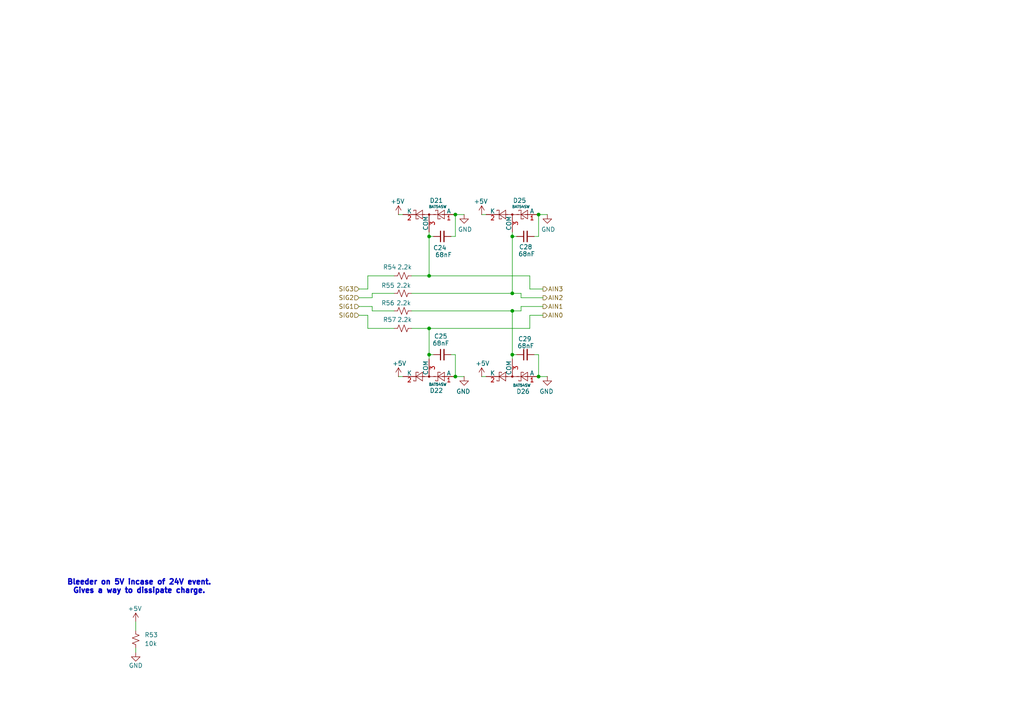
<source format=kicad_sch>
(kicad_sch (version 20250114) (generator "eeschema") (generator_version "9.0")
  (paper "A4")
  (title_block (rev "1.0.0") (company "Queen's Rocket Engineering Team"))
  (lib_symbols
    (symbol "Device:C_Small" (pin_numbers (hide yes)) (pin_names (offset 0.254) (hide yes))
      (property "Reference" "C" (at 0.254 1.778 0))
      (property "Value" "C_Small" (at 0.254 -2.032 0))
      (symbol "C_Small_0_1"
        (polyline (pts (xy -1.524 0.508) (xy 1.524 0.508)) (stroke (width 0.3048)))
        (polyline (pts (xy -1.524 -0.508) (xy 1.524 -0.508)) (stroke (width 0.3302)))
      )
      (symbol "C_Small_1_1"
        (pin passive line (at 0 2.54 270) (length 2.032) (name "~") (number "1"))
        (pin passive line (at 0 -2.54 90) (length 2.032) (name "~") (number "2"))
      )
    )
    (symbol "Device:R_Small_US" (pin_numbers (hide yes)) (pin_names (offset 0.254) (hide yes))
      (property "Reference" "R" (at 0.762 0.508 0))
      (property "Value" "R_Small_US" (at 0.762 -1.016 0))
      (symbol "R_Small_US_1_1"
        (polyline (pts (xy 0 1.524) (xy 1.016 1.143) (xy 0 0.762) (xy -1.016 0.381) (xy 0 0)))
        (polyline (pts (xy 0 0) (xy 1.016 -0.381) (xy 0 -0.762) (xy -1.016 -1.143) (xy 0 -1.524)))
        (pin passive line (at 0 2.54 270) (length 1.016) (name "~") (number "1"))
        (pin passive line (at 0 -2.54 90) (length 1.016) (name "~") (number "2"))
      )
    )
    (symbol "Diode:BAT54SW" (pin_names (offset 0))
      (property "Reference" "D" (at 0.635 -3.81 0))
      (property "Value" "BAT54SW" (at -6.35 3.175 0))
      (symbol "BAT54SW_0_1"
        (polyline (pts (xy -4.445 1.27) (xy -4.445 -1.27) (xy -2.54 0) (xy -4.445 1.27)))
        (polyline (pts (xy -3.81 0) (xy -1.27 0)))
        (polyline (pts (xy -3.175 -1.27) (xy -3.175 -1.016)))
        (polyline (pts (xy -2.54 1.27) (xy -1.905 1.27)))
        (polyline (pts (xy -2.54 -1.27) (xy -3.175 -1.27)))
        (polyline (pts (xy -2.54 -1.27) (xy -2.54 1.27)))
        (polyline (pts (xy -1.905 1.27) (xy -1.905 1.016)))
        (polyline (pts (xy -1.905 0) (xy 1.905 0)))
        (circle (center 0 0) (radius 0.254) (fill (type outline)))
        (polyline (pts (xy 1.27 0) (xy 3.81 0)))
        (polyline (pts (xy 1.905 1.27) (xy 1.905 -1.27) (xy 3.81 0) (xy 1.905 1.27)))
        (polyline (pts (xy 3.175 -1.27) (xy 3.175 -1.016)))
        (polyline (pts (xy 3.81 1.27) (xy 4.445 1.27)))
        (polyline (pts (xy 3.81 -1.27) (xy 3.175 -1.27)))
        (polyline (pts (xy 3.81 -1.27) (xy 3.81 1.27)))
        (polyline (pts (xy 4.445 1.27) (xy 4.445 1.016)))
      )
      (symbol "BAT54SW_1_1"
        (pin passive line (at -7.62 0 0) (length 3.81) (name "A") (number "1"))
        (pin passive line (at 0 -5.08 90) (length 5.08) (name "COM") (number "3"))
        (pin passive line (at 7.62 0 180) (length 3.81) (name "K") (number "2"))
      )
    )
    (symbol "power:+3.3V" (power) (pin_numbers (hide yes)) (pin_names (offset 0) (hide yes))
      (property "Value" "+3.3V" (at 0 3.556 0))
      (symbol "+3.3V_0_1"
        (polyline (pts (xy -0.762 1.27) (xy 0 2.54)))
        (polyline (pts (xy 0 2.54) (xy 0.762 1.27)))
        (polyline (pts (xy 0 0) (xy 0 2.54)))
      )
      (symbol "+3.3V_1_1"
        (pin power_in line (at 0 0 90) (length 0) (name "~") (number "1"))
      )
    )
    (symbol "power:GND" (power) (pin_numbers (hide yes)) (pin_names (offset 0) (hide yes))
      (property "Value" "GND" (at 0 -3.81 0))
      (symbol "GND_0_1"
        (polyline (pts (xy 0 0) (xy 0 -1.27) (xy 1.27 -1.27) (xy 0 -2.54) (xy -1.27 -1.27) (xy 0 -1.27)))
      )
      (symbol "GND_1_1"
        (pin power_in line (at 0 0 270) (length 0) (name "~") (number "1"))
      )
    )
  )
  (text "Bleeder on 5V incase of 24V event.\nGives a way to dissipate charge." (at 40.386 170.18 0) (effects (font (size 1.524 1.524) (thickness 0.4064) (bold yes))))
  (junction (at 124.46 80.01))
  (junction (at 148.59 102.87))
  (junction (at 124.46 102.87))
  (junction (at 148.59 68.58))
  (junction (at 148.59 90.17))
  (junction (at 124.46 68.58))
  (junction (at 148.59 85.09))
  (junction (at 156.21 109.22))
  (junction (at 132.08 109.22))
  (junction (at 156.21 62.23))
  (junction (at 124.46 95.25))
  (junction (at 132.08 62.23))
  (wire (pts (xy 124.46 95.25) (xy 153.67 95.25)))
  (wire (pts (xy 139.7 62.23) (xy 140.97 62.23)))
  (wire (pts (xy 107.95 90.17) (xy 114.3 90.17)))
  (wire (pts (xy 134.62 62.23) (xy 132.08 62.23)))
  (wire (pts (xy 148.59 90.17) (xy 151.13 90.17)))
  (wire (pts (xy 119.38 85.09) (xy 148.59 85.09)))
  (wire (pts (xy 107.95 88.9) (xy 107.95 90.17)))
  (wire (pts (xy 132.08 68.58) (xy 130.81 68.58)))
  (wire (pts (xy 148.59 68.58) (xy 148.59 67.31)))
  (wire (pts (xy 158.75 109.22) (xy 156.21 109.22)))
  (wire (pts (xy 132.08 102.87) (xy 130.81 102.87)))
  (wire (pts (xy 153.67 91.44) (xy 157.48 91.44)))
  (wire (pts (xy 148.59 102.87) (xy 148.59 104.14)))
  (wire (pts (xy 151.13 86.36) (xy 157.48 86.36)))
  (wire (pts (xy 124.46 68.58) (xy 124.46 80.01)))
  (wire (pts (xy 151.13 85.09) (xy 151.13 86.36)))
  (wire (pts (xy 151.13 88.9) (xy 157.48 88.9)))
  (wire (pts (xy 104.14 86.36) (xy 107.95 86.36)))
  (wire (pts (xy 119.38 95.25) (xy 124.46 95.25)))
  (wire (pts (xy 115.57 62.23) (xy 116.84 62.23)))
  (wire (pts (xy 139.7 109.22) (xy 140.97 109.22)))
  (wire (pts (xy 156.21 68.58) (xy 154.94 68.58)))
  (wire (pts (xy 134.62 109.22) (xy 132.08 109.22)))
  (wire (pts (xy 125.73 102.87) (xy 124.46 102.87)))
  (wire (pts (xy 156.21 68.58) (xy 156.21 62.23)))
  (wire (pts (xy 107.95 86.36) (xy 107.95 85.09)))
  (wire (pts (xy 124.46 102.87) (xy 124.46 104.14)))
  (wire (pts (xy 39.37 182.88) (xy 39.37 180.34)))
  (wire (pts (xy 106.68 95.25) (xy 114.3 95.25)))
  (wire (pts (xy 124.46 80.01) (xy 153.67 80.01)))
  (wire (pts (xy 153.67 83.82) (xy 157.48 83.82)))
  (wire (pts (xy 104.14 83.82) (xy 106.68 83.82)))
  (wire (pts (xy 115.57 109.22) (xy 116.84 109.22)))
  (wire (pts (xy 119.38 80.01) (xy 124.46 80.01)))
  (wire (pts (xy 104.14 88.9) (xy 107.95 88.9)))
  (wire (pts (xy 119.38 90.17) (xy 148.59 90.17)))
  (wire (pts (xy 124.46 95.25) (xy 124.46 102.87)))
  (wire (pts (xy 148.59 68.58) (xy 148.59 85.09)))
  (wire (pts (xy 153.67 80.01) (xy 153.67 83.82)))
  (wire (pts (xy 156.21 102.87) (xy 154.94 102.87)))
  (wire (pts (xy 39.37 189.23) (xy 39.37 187.96)))
  (wire (pts (xy 104.14 91.44) (xy 106.68 91.44)))
  (wire (pts (xy 124.46 68.58) (xy 124.46 67.31)))
  (wire (pts (xy 149.86 102.87) (xy 148.59 102.87)))
  (wire (pts (xy 106.68 91.44) (xy 106.68 95.25)))
  (wire (pts (xy 106.68 83.82) (xy 106.68 80.01)))
  (wire (pts (xy 158.75 62.23) (xy 156.21 62.23)))
  (wire (pts (xy 148.59 90.17) (xy 148.59 102.87)))
  (wire (pts (xy 106.68 80.01) (xy 114.3 80.01)))
  (wire (pts (xy 107.95 85.09) (xy 114.3 85.09)))
  (wire (pts (xy 149.86 68.58) (xy 148.59 68.58)))
  (wire (pts (xy 153.67 95.25) (xy 153.67 91.44)))
  (wire (pts (xy 151.13 90.17) (xy 151.13 88.9)))
  (wire (pts (xy 132.08 102.87) (xy 132.08 109.22)))
  (wire (pts (xy 156.21 102.87) (xy 156.21 109.22)))
  (wire (pts (xy 125.73 68.58) (xy 124.46 68.58)))
  (wire (pts (xy 148.59 85.09) (xy 151.13 85.09)))
  (wire (pts (xy 132.08 68.58) (xy 132.08 62.23)))
  (hierarchical_label "AIN0" (shape output) (at 157.48 91.44 0))
  (hierarchical_label "SIG3" (shape input) (at 104.14 83.82 180))
  (hierarchical_label "SIG2" (shape input) (at 104.14 86.36 180))
  (hierarchical_label "SIG0" (shape input) (at 104.14 91.44 180))
  (hierarchical_label "SIG1" (shape input) (at 104.14 88.9 180))
  (hierarchical_label "AIN1" (shape output) (at 157.48 88.9 0))
  (hierarchical_label "AIN2" (shape output) (at 157.48 86.36 0))
  (hierarchical_label "AIN3" (shape output) (at 157.48 83.82 0))
  (symbol (lib_id "Diode:BAT54SW") (at 124.46 109.22 180) (unit 1)
    (property "Reference" "D22" (at 128.524 113.284 0) (effects (justify left)))
    (property "Value" "BAT54SW" (at 129.54 111.506 0) (effects (font (size 0.762 0.762)) (justify left)))
    (property "Footprint" "Package_TO_SOT_SMD:SOT-323_SC-70" (effects (hide yes)))
    (property "Datasheet" "https://assets.nexperia.com/documents/data-sheet/BAT54W_SER.pdf" (effects (hide yes)))
    (property "Description" "Vr 30V, If 200mA, Dual schottky barrier diode, in series, SOT-323" (effects (hide yes)))
  )
  (symbol (lib_id "power:+3.3V") (at 39.37 180.34 0) (unit 1)
    (property "Reference" "#PWR0124" (effects (hide yes)))
    (property "Value" "+5V" (at 39.116 176.53 0))
    (property "Description" "Power symbol creates a global label with name \"+3.3V\"" (effects (hide yes)))
  )
  (symbol (lib_id "power:GND") (at 134.62 62.23 0) (unit 1)
    (property "Reference" "#PWR0130" (effects (hide yes)))
    (property "Value" "GND" (at 134.874 66.548 0))
    (property "Description" "Power symbol creates a global label with name \"GND\" , ground" (effects (hide yes)))
  )
  (symbol (lib_id "Device:C_Small") (at 128.27 102.87 90) (mirror x) (unit 1)
    (property "Reference" "C25" (at 129.794 97.536 90) (effects (justify left)))
    (property "Value" "68nF" (at 130.302 99.568 90) (effects (justify left)))
    (property "Footprint" "Capacitor_SMD:C_0805_2012Metric" (effects (hide yes)))
    (property "Description" "Unpolarized capacitor, small symbol" (effects (hide yes)))
  )
  (symbol (lib_id "Device:C_Small") (at 128.27 68.58 90) (unit 1)
    (property "Reference" "C24" (at 129.54 71.882 90) (effects (justify left)))
    (property "Value" "68nF" (at 131.064 73.914 90) (effects (justify left)))
    (property "Footprint" "Capacitor_SMD:C_0805_2012Metric" (effects (hide yes)))
    (property "Description" "Unpolarized capacitor, small symbol" (effects (hide yes)))
  )
  (symbol (lib_id "Diode:BAT54SW") (at 124.46 62.23 0) (mirror y) (unit 1)
    (property "Reference" "D21" (at 128.524 58.166 0) (effects (justify left)))
    (property "Value" "BAT54SW" (at 129.54 59.944 0) (effects (font (size 0.762 0.762)) (justify left)))
    (property "Footprint" "Package_TO_SOT_SMD:SOT-323_SC-70" (effects (hide yes)))
    (property "Datasheet" "https://assets.nexperia.com/documents/data-sheet/BAT54W_SER.pdf" (effects (hide yes)))
    (property "Description" "Vr 30V, If 200mA, Dual schottky barrier diode, in series, SOT-323" (effects (hide yes)))
  )
  (symbol (lib_id "power:GND") (at 158.75 109.22 0) (mirror y) (unit 1)
    (property "Reference" "#PWR0139" (effects (hide yes)))
    (property "Value" "GND" (at 158.496 113.538 0))
    (property "Description" "Power symbol creates a global label with name \"GND\" , ground" (effects (hide yes)))
  )
  (symbol (lib_id "Device:R_Small_US") (at 116.84 80.01 90) (unit 1)
    (property "Reference" "R54" (at 113.03 77.47 90))
    (property "Value" "2.2k" (at 117.348 77.47 90))
    (property "Footprint" "Resistor_SMD:R_0402_1005Metric" (effects (hide yes)))
    (property "Description" "Resistor, small US symbol" (effects (hide yes)))
  )
  (symbol (lib_id "power:+3.3V") (at 139.7 109.22 0) (mirror y) (unit 1)
    (property "Reference" "#PWR0135" (effects (hide yes)))
    (property "Value" "+5V" (at 139.954 105.41 0))
    (property "Description" "Power symbol creates a global label with name \"+3.3V\"" (effects (hide yes)))
  )
  (symbol (lib_id "Device:C_Small") (at 152.4 68.58 90) (unit 1)
    (property "Reference" "C28" (at 154.432 71.628 90) (effects (justify left)))
    (property "Value" "68nF" (at 155.194 73.66 90) (effects (justify left)))
    (property "Footprint" "Capacitor_SMD:C_0805_2012Metric" (effects (hide yes)))
    (property "Description" "Unpolarized capacitor, small symbol" (effects (hide yes)))
  )
  (symbol (lib_id "power:+3.3V") (at 139.7 62.23 0) (unit 1)
    (property "Reference" "#PWR0134" (effects (hide yes)))
    (property "Value" "+5V" (at 139.446 58.42 0))
    (property "Description" "Power symbol creates a global label with name \"+3.3V\"" (effects (hide yes)))
  )
  (symbol (lib_id "Device:R_Small_US") (at 116.84 90.17 90) (unit 1)
    (property "Reference" "R56" (at 112.522 87.884 90))
    (property "Value" "2.2k" (at 117.094 87.884 90))
    (property "Footprint" "Resistor_SMD:R_0402_1005Metric" (effects (hide yes)))
    (property "Description" "Resistor, small US symbol" (effects (hide yes)))
  )
  (symbol (lib_id "power:+3.3V") (at 115.57 62.23 0) (unit 1)
    (property "Reference" "#PWR0126" (effects (hide yes)))
    (property "Value" "+5V" (at 115.316 58.42 0))
    (property "Description" "Power symbol creates a global label with name \"+3.3V\"" (effects (hide yes)))
  )
  (symbol (lib_id "power:GND") (at 158.75 62.23 0) (unit 1)
    (property "Reference" "#PWR0138" (effects (hide yes)))
    (property "Value" "GND" (at 159.004 66.548 0))
    (property "Description" "Power symbol creates a global label with name \"GND\" , ground" (effects (hide yes)))
  )
  (symbol (lib_id "Device:R_Small_US") (at 39.37 185.42 0) (unit 1)
    (property "Reference" "R53" (at 41.91 184.1499 0) (effects (justify left)))
    (property "Value" "10k" (at 41.91 186.6899 0) (effects (justify left)))
    (property "Footprint" "Resistor_SMD:R_0402_1005Metric" (effects (hide yes)))
    (property "Description" "Resistor, small US symbol" (effects (hide yes)))
    (property "LCSC" "C25531" (effects (hide yes)))
    (property "MPN" "0402WGJ0103TCE" (effects (hide yes)))
  )
  (symbol (lib_id "power:GND") (at 39.37 189.23 0) (unit 1)
    (property "Reference" "#PWR0125" (effects (hide yes)))
    (property "Value" "GND" (at 39.37 193.04 0))
    (property "Description" "Power symbol creates a global label with name \"GND\" , ground" (effects (hide yes)))
  )
  (symbol (lib_id "Device:R_Small_US") (at 116.84 85.09 90) (unit 1)
    (property "Reference" "R55" (at 112.522 82.804 90))
    (property "Value" "2.2k" (at 117.094 82.804 90))
    (property "Footprint" "Resistor_SMD:R_0402_1005Metric" (effects (hide yes)))
    (property "Description" "Resistor, small US symbol" (effects (hide yes)))
  )
  (symbol (lib_id "Diode:BAT54SW") (at 148.59 109.22 180) (unit 1)
    (property "Reference" "D26" (at 153.67 113.538 0) (effects (justify left)))
    (property "Value" "BAT54SW" (at 153.924 111.76 0) (effects (font (size 0.762 0.762)) (justify left)))
    (property "Footprint" "Package_TO_SOT_SMD:SOT-323_SC-70" (effects (hide yes)))
    (property "Datasheet" "https://assets.nexperia.com/documents/data-sheet/BAT54W_SER.pdf" (effects (hide yes)))
    (property "Description" "Vr 30V, If 200mA, Dual schottky barrier diode, in series, SOT-323" (effects (hide yes)))
  )
  (symbol (lib_id "power:GND") (at 134.62 109.22 0) (mirror y) (unit 1)
    (property "Reference" "#PWR0131" (effects (hide yes)))
    (property "Value" "GND" (at 134.366 113.538 0))
    (property "Description" "Power symbol creates a global label with name \"GND\" , ground" (effects (hide yes)))
  )
  (symbol (lib_id "power:+3.3V") (at 115.57 109.22 0) (mirror y) (unit 1)
    (property "Reference" "#PWR0127" (effects (hide yes)))
    (property "Value" "+5V" (at 115.824 105.41 0))
    (property "Description" "Power symbol creates a global label with name \"+3.3V\"" (effects (hide yes)))
  )
  (symbol (lib_id "Diode:BAT54SW") (at 148.59 62.23 0) (mirror y) (unit 1)
    (property "Reference" "D25" (at 152.654 58.166 0) (effects (justify left)))
    (property "Value" "BAT54SW" (at 153.67 59.944 0) (effects (font (size 0.762 0.762)) (justify left)))
    (property "Footprint" "Package_TO_SOT_SMD:SOT-323_SC-70" (effects (hide yes)))
    (property "Datasheet" "https://assets.nexperia.com/documents/data-sheet/BAT54W_SER.pdf" (effects (hide yes)))
    (property "Description" "Vr 30V, If 200mA, Dual schottky barrier diode, in series, SOT-323" (effects (hide yes)))
  )
  (symbol (lib_id "Device:R_Small_US") (at 116.84 95.25 90) (unit 1)
    (property "Reference" "R57" (at 113.03 92.71 90))
    (property "Value" "2.2k" (at 117.348 92.71 90))
    (property "Footprint" "Resistor_SMD:R_0402_1005Metric" (effects (hide yes)))
    (property "Description" "Resistor, small US symbol" (effects (hide yes)))
  )
  (symbol (lib_id "Device:C_Small") (at 152.4 102.87 90) (mirror x) (unit 1)
    (property "Reference" "C29" (at 154.178 98.298 90) (effects (justify left)))
    (property "Value" "68nF" (at 154.94 100.33 90) (effects (justify left)))
    (property "Footprint" "Capacitor_SMD:C_0805_2012Metric" (effects (hide yes)))
    (property "Description" "Unpolarized capacitor, small symbol" (effects (hide yes)))
  )
)
</source>
